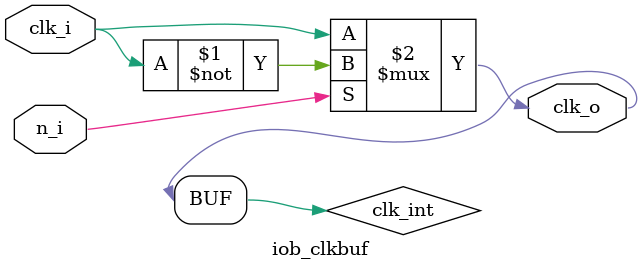
<source format=v>

`timescale 1ns / 1ps
`include "bsp.vh"

module iob_clkbuf (
   input  clk_i,
   input  n_i,
   output clk_o
);

   wire clk_int = n_i ? ~clk_i : clk_i;

`ifdef XILINX
   BUFG BUFG_inst (
      .I(clk_int),
      .O(clk_o)
   );
`else
   assign clk_o = clk_int;
`endif

endmodule

</source>
